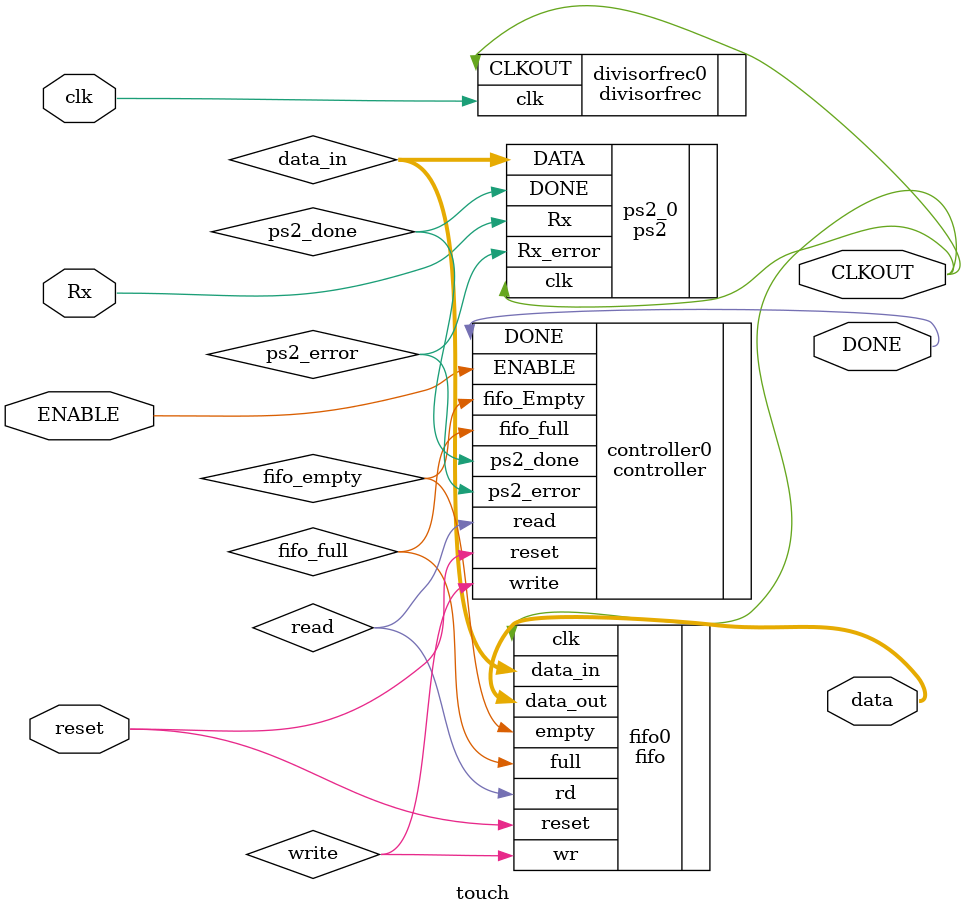
<source format=v>
module	touch	(	
		input				ENABLE,
		input				clk,
		input				Rx,
		input				reset,
		output	[7:0]	data,
		output 			DONE,
		output 			CLKOUT
		);

		wire [7:0] 	data_in;
		wire 	   	wr;
		wire 	   	ps2_error;
		wire	   	read;
		wire	   	write;
		wire	   	ps2_done;
		wire			fifo_empty;
		wire			fifo_full;

divisorfrec	divisorfrec0	(
					.clk		(	clk		),
					.CLKOUT	(	CLKOUT	)
				);

ps2		ps2_0		(
					.Rx		(	Rx				),
					.clk		(	CLKOUT		),
					.Rx_error(	ps2_error	),
					.DATA		(	data_in		),
					.DONE		(	ps2_done		)
				);

fifo		fifo0		(
					.clk		(	CLKOUT		),
					.reset	(	reset			),
					.rd		(	read			),
					.wr		(	write			),
					.data_in	(	data_in		),
					.data_out(	data			),
					.full		(	fifo_full	),
					.empty	(	fifo_empty	)
				);

controller	controller0	(
					.ENABLE		(	ENABLE		),
					.reset		(	reset			),
					.fifo_Empty	(	fifo_empty	),
					.fifo_full	(	fifo_full	),
					.ps2_done	(	ps2_done		),
					.ps2_error	(	ps2_error	),
					.DONE			(	DONE		),
					.read			(	read		),
					.write		(	write		)
				);
endmodule

</source>
